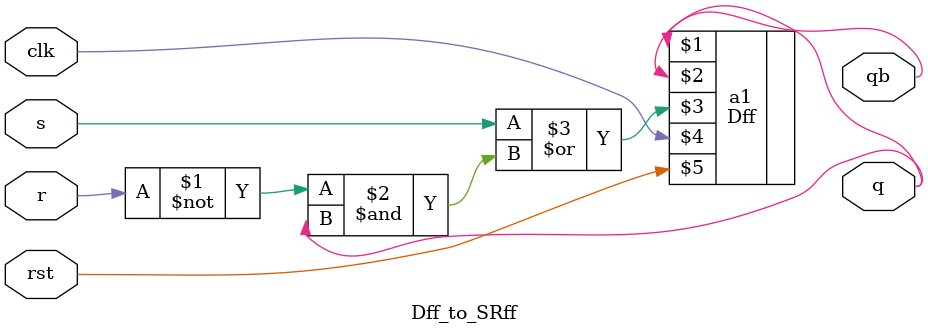
<source format=v>
`timescale 1ns / 1ps
module Dff_to_SRff(q,qb,s,r,clk,rst);
input s,r;
input clk,rst;
output wire q,qb;
Dff a1(q,qb,(s|(~r&q)),clk,rst);
endmodule
</source>
